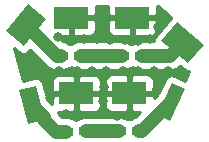
<source format=gbr>
G04 #@! TF.GenerationSoftware,KiCad,Pcbnew,5.1.5-52549c5~84~ubuntu18.04.1*
G04 #@! TF.CreationDate,2020-02-06T20:48:50-05:00*
G04 #@! TF.ProjectId,led_indicator,6c65645f-696e-4646-9963-61746f722e6b,rev?*
G04 #@! TF.SameCoordinates,Original*
G04 #@! TF.FileFunction,Copper,L1,Top*
G04 #@! TF.FilePolarity,Positive*
%FSLAX46Y46*%
G04 Gerber Fmt 4.6, Leading zero omitted, Abs format (unit mm)*
G04 Created by KiCad (PCBNEW 5.1.5-52549c5~84~ubuntu18.04.1) date 2020-02-06 20:48:50*
%MOMM*%
%LPD*%
G04 APERTURE LIST*
%ADD10C,0.100000*%
%ADD11R,2.900000X1.900000*%
%ADD12R,1.300000X0.800000*%
%ADD13C,0.800000*%
%ADD14C,1.200000*%
%ADD15C,0.254000*%
G04 APERTURE END LIST*
G04 #@! TA.AperFunction,SMDPad,CuDef*
D10*
G36*
X186677712Y-95644109D02*
G01*
X185409857Y-98363033D01*
X184322288Y-97855891D01*
X185590143Y-95136967D01*
X186677712Y-95644109D01*
G37*
G04 #@! TD.AperFunction*
G04 #@! TA.AperFunction,SMDPad,CuDef*
G36*
X187006279Y-93480226D02*
G01*
X184708146Y-91551863D01*
X185993721Y-90019774D01*
X188291854Y-91948137D01*
X187006279Y-93480226D01*
G37*
G04 #@! TD.AperFunction*
G04 #@! TA.AperFunction,SMDPad,CuDef*
G36*
X173413784Y-98643003D02*
G01*
X172637327Y-95745226D01*
X174086216Y-95356997D01*
X174862673Y-98254774D01*
X173413784Y-98643003D01*
G37*
G04 #@! TD.AperFunction*
G04 #@! TA.AperFunction,SMDPad,CuDef*
G36*
X174980226Y-89743721D02*
G01*
X173051863Y-92041854D01*
X171519774Y-90756279D01*
X173448137Y-88458146D01*
X174980226Y-89743721D01*
G37*
G04 #@! TD.AperFunction*
D11*
X182000000Y-96000000D03*
D12*
X181111000Y-99225800D03*
X182838200Y-99200400D03*
D11*
X182250000Y-89619000D03*
D12*
X181361000Y-92844800D03*
X183088200Y-92819400D03*
D11*
X177500000Y-96027000D03*
D12*
X176611000Y-99252800D03*
X178338200Y-99227400D03*
D11*
X177074000Y-89619000D03*
D12*
X176185000Y-92844800D03*
X177912200Y-92819400D03*
D13*
X181650000Y-91500000D03*
X177100000Y-91500000D03*
X174600000Y-93800000D03*
X176050000Y-94150000D03*
X177550000Y-94150000D03*
X178850000Y-94150000D03*
X180050000Y-94100000D03*
X181450000Y-94100000D03*
X182750000Y-94150000D03*
X184050000Y-94150000D03*
X185250000Y-94100000D03*
X186450000Y-94500000D03*
X173400000Y-93650000D03*
X175100000Y-95150000D03*
X175300000Y-96450000D03*
X176600000Y-97800000D03*
X177850000Y-97850000D03*
X179800000Y-97750000D03*
X179750000Y-96700000D03*
X179850000Y-95500000D03*
X180950000Y-97950000D03*
X182300000Y-97850000D03*
X184350000Y-95650000D03*
X178200000Y-91450000D03*
X176000000Y-91250000D03*
X179250000Y-91450000D03*
X180400000Y-91500000D03*
X182750000Y-91550000D03*
X183750000Y-91450000D03*
X184450000Y-90400000D03*
X184850000Y-89400000D03*
X179750000Y-89200000D03*
X179700000Y-90450000D03*
D14*
X177937600Y-92844800D02*
X177912200Y-92819400D01*
X181361000Y-92844800D02*
X177937600Y-92844800D01*
X181109400Y-99227400D02*
X181111000Y-99225800D01*
X178338200Y-99227400D02*
X181109400Y-99227400D01*
X175844800Y-92844800D02*
X173250000Y-90250000D01*
X176185000Y-92844800D02*
X175844800Y-92844800D01*
X174810660Y-98060660D02*
X174810660Y-98310660D01*
X173750000Y-97000000D02*
X174810660Y-98060660D01*
X175752800Y-99252800D02*
X176611000Y-99252800D01*
X174810660Y-98310660D02*
X175752800Y-99252800D01*
X185430600Y-92819400D02*
X186500000Y-91750000D01*
X183088200Y-92819400D02*
X185430600Y-92819400D01*
X183049600Y-99200400D02*
X185500000Y-96750000D01*
X182838200Y-99200400D02*
X183049600Y-99200400D01*
D15*
G36*
X172641718Y-92530646D02*
G01*
X172744957Y-92601269D01*
X172859991Y-92650394D01*
X172982398Y-92676134D01*
X173107475Y-92677498D01*
X173230414Y-92654435D01*
X173346492Y-92607831D01*
X173451247Y-92539476D01*
X173540654Y-92451999D01*
X173615841Y-92362395D01*
X174928626Y-93675180D01*
X174967298Y-93722302D01*
X175155351Y-93876633D01*
X175369899Y-93991311D01*
X175602698Y-94061930D01*
X175784135Y-94079800D01*
X175784144Y-94079800D01*
X175844799Y-94085774D01*
X175905454Y-94079800D01*
X176245665Y-94079800D01*
X176427102Y-94061930D01*
X176659901Y-93991311D01*
X176869051Y-93879518D01*
X176959482Y-93870612D01*
X177079180Y-93834302D01*
X177087352Y-93829934D01*
X177137718Y-93845212D01*
X177219703Y-93853287D01*
X177248151Y-93876633D01*
X177462699Y-93991311D01*
X177643653Y-94046203D01*
X177695498Y-94061930D01*
X177937599Y-94085775D01*
X177998264Y-94079800D01*
X181421665Y-94079800D01*
X181603102Y-94061930D01*
X181835901Y-93991311D01*
X182045051Y-93879518D01*
X182135482Y-93870612D01*
X182255180Y-93834302D01*
X182263352Y-93829934D01*
X182313718Y-93845212D01*
X182404149Y-93854118D01*
X182613299Y-93965911D01*
X182846098Y-94036530D01*
X183027535Y-94054400D01*
X185369935Y-94054400D01*
X185430600Y-94060375D01*
X185491265Y-94054400D01*
X185574491Y-94046203D01*
X185672702Y-94036530D01*
X185905501Y-93965911D01*
X186120049Y-93851233D01*
X186289770Y-93711947D01*
X186596134Y-93969017D01*
X186699374Y-94039641D01*
X186814407Y-94088766D01*
X186936814Y-94114506D01*
X187061891Y-94115870D01*
X187075901Y-94113242D01*
X186684595Y-94943284D01*
X185859804Y-94558677D01*
X185741804Y-94517181D01*
X185617975Y-94499502D01*
X185493077Y-94506321D01*
X185371910Y-94537375D01*
X185259128Y-94591472D01*
X185159068Y-94666531D01*
X185075573Y-94759669D01*
X185011853Y-94867306D01*
X184466389Y-96037057D01*
X184085611Y-96417835D01*
X184085000Y-96285750D01*
X183926250Y-96127000D01*
X182127000Y-96127000D01*
X182127000Y-97426250D01*
X182285750Y-97585000D01*
X182916782Y-97586665D01*
X182487118Y-98016329D01*
X182363299Y-98053889D01*
X182154149Y-98165682D01*
X182063718Y-98174588D01*
X181944020Y-98210898D01*
X181935848Y-98215266D01*
X181885482Y-98199988D01*
X181795051Y-98191082D01*
X181585900Y-98079289D01*
X181353102Y-98008670D01*
X181111000Y-97984825D01*
X181034090Y-97992400D01*
X178277535Y-97992400D01*
X178096098Y-98010270D01*
X177863299Y-98080889D01*
X177654149Y-98192682D01*
X177563718Y-98201588D01*
X177444020Y-98237898D01*
X177435848Y-98242266D01*
X177385482Y-98226988D01*
X177295051Y-98218082D01*
X177085901Y-98106289D01*
X176853102Y-98035670D01*
X176671665Y-98017800D01*
X176264354Y-98017800D01*
X176011539Y-97764985D01*
X175988625Y-97689448D01*
X175963478Y-97606551D01*
X176050000Y-97615072D01*
X177214250Y-97612000D01*
X177373000Y-97453250D01*
X177373000Y-96154000D01*
X177627000Y-96154000D01*
X177627000Y-97453250D01*
X177785750Y-97612000D01*
X178950000Y-97615072D01*
X179074482Y-97602812D01*
X179194180Y-97566502D01*
X179304494Y-97507537D01*
X179401185Y-97428185D01*
X179480537Y-97331494D01*
X179539502Y-97221180D01*
X179575812Y-97101482D01*
X179588072Y-96977000D01*
X179587948Y-96950000D01*
X179911928Y-96950000D01*
X179924188Y-97074482D01*
X179960498Y-97194180D01*
X180019463Y-97304494D01*
X180098815Y-97401185D01*
X180195506Y-97480537D01*
X180305820Y-97539502D01*
X180425518Y-97575812D01*
X180550000Y-97588072D01*
X181714250Y-97585000D01*
X181873000Y-97426250D01*
X181873000Y-96127000D01*
X180073750Y-96127000D01*
X179915000Y-96285750D01*
X179911928Y-96950000D01*
X179587948Y-96950000D01*
X179585000Y-96312750D01*
X179426250Y-96154000D01*
X177627000Y-96154000D01*
X177373000Y-96154000D01*
X175573750Y-96154000D01*
X175415000Y-96312750D01*
X175412212Y-96915658D01*
X175073747Y-96577194D01*
X174702546Y-95191852D01*
X174659319Y-95077000D01*
X175411928Y-95077000D01*
X175415000Y-95741250D01*
X175573750Y-95900000D01*
X177373000Y-95900000D01*
X177373000Y-94600750D01*
X177627000Y-94600750D01*
X177627000Y-95900000D01*
X179426250Y-95900000D01*
X179585000Y-95741250D01*
X179588072Y-95077000D01*
X179585413Y-95050000D01*
X179911928Y-95050000D01*
X179915000Y-95714250D01*
X180073750Y-95873000D01*
X181873000Y-95873000D01*
X181873000Y-94573750D01*
X182127000Y-94573750D01*
X182127000Y-95873000D01*
X183926250Y-95873000D01*
X184085000Y-95714250D01*
X184088072Y-95050000D01*
X184075812Y-94925518D01*
X184039502Y-94805820D01*
X183980537Y-94695506D01*
X183901185Y-94598815D01*
X183804494Y-94519463D01*
X183694180Y-94460498D01*
X183574482Y-94424188D01*
X183450000Y-94411928D01*
X182285750Y-94415000D01*
X182127000Y-94573750D01*
X181873000Y-94573750D01*
X181714250Y-94415000D01*
X180550000Y-94411928D01*
X180425518Y-94424188D01*
X180305820Y-94460498D01*
X180195506Y-94519463D01*
X180098815Y-94598815D01*
X180019463Y-94695506D01*
X179960498Y-94805820D01*
X179924188Y-94925518D01*
X179911928Y-95050000D01*
X179585413Y-95050000D01*
X179575812Y-94952518D01*
X179539502Y-94832820D01*
X179480537Y-94722506D01*
X179401185Y-94625815D01*
X179304494Y-94546463D01*
X179194180Y-94487498D01*
X179074482Y-94451188D01*
X178950000Y-94438928D01*
X177785750Y-94442000D01*
X177627000Y-94600750D01*
X177373000Y-94600750D01*
X177214250Y-94442000D01*
X176050000Y-94438928D01*
X175925518Y-94451188D01*
X175805820Y-94487498D01*
X175695506Y-94546463D01*
X175598815Y-94625815D01*
X175519463Y-94722506D01*
X175460498Y-94832820D01*
X175424188Y-94952518D01*
X175411928Y-95077000D01*
X174659319Y-95077000D01*
X174658485Y-95074785D01*
X174592432Y-94968563D01*
X174506926Y-94877269D01*
X174405252Y-94804410D01*
X174291317Y-94752787D01*
X174169501Y-94724384D01*
X174044484Y-94720291D01*
X173921071Y-94740667D01*
X172973819Y-94994483D01*
X172229166Y-92184474D01*
X172641718Y-92530646D01*
G37*
X172641718Y-92530646D02*
X172744957Y-92601269D01*
X172859991Y-92650394D01*
X172982398Y-92676134D01*
X173107475Y-92677498D01*
X173230414Y-92654435D01*
X173346492Y-92607831D01*
X173451247Y-92539476D01*
X173540654Y-92451999D01*
X173615841Y-92362395D01*
X174928626Y-93675180D01*
X174967298Y-93722302D01*
X175155351Y-93876633D01*
X175369899Y-93991311D01*
X175602698Y-94061930D01*
X175784135Y-94079800D01*
X175784144Y-94079800D01*
X175844799Y-94085774D01*
X175905454Y-94079800D01*
X176245665Y-94079800D01*
X176427102Y-94061930D01*
X176659901Y-93991311D01*
X176869051Y-93879518D01*
X176959482Y-93870612D01*
X177079180Y-93834302D01*
X177087352Y-93829934D01*
X177137718Y-93845212D01*
X177219703Y-93853287D01*
X177248151Y-93876633D01*
X177462699Y-93991311D01*
X177643653Y-94046203D01*
X177695498Y-94061930D01*
X177937599Y-94085775D01*
X177998264Y-94079800D01*
X181421665Y-94079800D01*
X181603102Y-94061930D01*
X181835901Y-93991311D01*
X182045051Y-93879518D01*
X182135482Y-93870612D01*
X182255180Y-93834302D01*
X182263352Y-93829934D01*
X182313718Y-93845212D01*
X182404149Y-93854118D01*
X182613299Y-93965911D01*
X182846098Y-94036530D01*
X183027535Y-94054400D01*
X185369935Y-94054400D01*
X185430600Y-94060375D01*
X185491265Y-94054400D01*
X185574491Y-94046203D01*
X185672702Y-94036530D01*
X185905501Y-93965911D01*
X186120049Y-93851233D01*
X186289770Y-93711947D01*
X186596134Y-93969017D01*
X186699374Y-94039641D01*
X186814407Y-94088766D01*
X186936814Y-94114506D01*
X187061891Y-94115870D01*
X187075901Y-94113242D01*
X186684595Y-94943284D01*
X185859804Y-94558677D01*
X185741804Y-94517181D01*
X185617975Y-94499502D01*
X185493077Y-94506321D01*
X185371910Y-94537375D01*
X185259128Y-94591472D01*
X185159068Y-94666531D01*
X185075573Y-94759669D01*
X185011853Y-94867306D01*
X184466389Y-96037057D01*
X184085611Y-96417835D01*
X184085000Y-96285750D01*
X183926250Y-96127000D01*
X182127000Y-96127000D01*
X182127000Y-97426250D01*
X182285750Y-97585000D01*
X182916782Y-97586665D01*
X182487118Y-98016329D01*
X182363299Y-98053889D01*
X182154149Y-98165682D01*
X182063718Y-98174588D01*
X181944020Y-98210898D01*
X181935848Y-98215266D01*
X181885482Y-98199988D01*
X181795051Y-98191082D01*
X181585900Y-98079289D01*
X181353102Y-98008670D01*
X181111000Y-97984825D01*
X181034090Y-97992400D01*
X178277535Y-97992400D01*
X178096098Y-98010270D01*
X177863299Y-98080889D01*
X177654149Y-98192682D01*
X177563718Y-98201588D01*
X177444020Y-98237898D01*
X177435848Y-98242266D01*
X177385482Y-98226988D01*
X177295051Y-98218082D01*
X177085901Y-98106289D01*
X176853102Y-98035670D01*
X176671665Y-98017800D01*
X176264354Y-98017800D01*
X176011539Y-97764985D01*
X175988625Y-97689448D01*
X175963478Y-97606551D01*
X176050000Y-97615072D01*
X177214250Y-97612000D01*
X177373000Y-97453250D01*
X177373000Y-96154000D01*
X177627000Y-96154000D01*
X177627000Y-97453250D01*
X177785750Y-97612000D01*
X178950000Y-97615072D01*
X179074482Y-97602812D01*
X179194180Y-97566502D01*
X179304494Y-97507537D01*
X179401185Y-97428185D01*
X179480537Y-97331494D01*
X179539502Y-97221180D01*
X179575812Y-97101482D01*
X179588072Y-96977000D01*
X179587948Y-96950000D01*
X179911928Y-96950000D01*
X179924188Y-97074482D01*
X179960498Y-97194180D01*
X180019463Y-97304494D01*
X180098815Y-97401185D01*
X180195506Y-97480537D01*
X180305820Y-97539502D01*
X180425518Y-97575812D01*
X180550000Y-97588072D01*
X181714250Y-97585000D01*
X181873000Y-97426250D01*
X181873000Y-96127000D01*
X180073750Y-96127000D01*
X179915000Y-96285750D01*
X179911928Y-96950000D01*
X179587948Y-96950000D01*
X179585000Y-96312750D01*
X179426250Y-96154000D01*
X177627000Y-96154000D01*
X177373000Y-96154000D01*
X175573750Y-96154000D01*
X175415000Y-96312750D01*
X175412212Y-96915658D01*
X175073747Y-96577194D01*
X174702546Y-95191852D01*
X174659319Y-95077000D01*
X175411928Y-95077000D01*
X175415000Y-95741250D01*
X175573750Y-95900000D01*
X177373000Y-95900000D01*
X177373000Y-94600750D01*
X177627000Y-94600750D01*
X177627000Y-95900000D01*
X179426250Y-95900000D01*
X179585000Y-95741250D01*
X179588072Y-95077000D01*
X179585413Y-95050000D01*
X179911928Y-95050000D01*
X179915000Y-95714250D01*
X180073750Y-95873000D01*
X181873000Y-95873000D01*
X181873000Y-94573750D01*
X182127000Y-94573750D01*
X182127000Y-95873000D01*
X183926250Y-95873000D01*
X184085000Y-95714250D01*
X184088072Y-95050000D01*
X184075812Y-94925518D01*
X184039502Y-94805820D01*
X183980537Y-94695506D01*
X183901185Y-94598815D01*
X183804494Y-94519463D01*
X183694180Y-94460498D01*
X183574482Y-94424188D01*
X183450000Y-94411928D01*
X182285750Y-94415000D01*
X182127000Y-94573750D01*
X181873000Y-94573750D01*
X181714250Y-94415000D01*
X180550000Y-94411928D01*
X180425518Y-94424188D01*
X180305820Y-94460498D01*
X180195506Y-94519463D01*
X180098815Y-94598815D01*
X180019463Y-94695506D01*
X179960498Y-94805820D01*
X179924188Y-94925518D01*
X179911928Y-95050000D01*
X179585413Y-95050000D01*
X179575812Y-94952518D01*
X179539502Y-94832820D01*
X179480537Y-94722506D01*
X179401185Y-94625815D01*
X179304494Y-94546463D01*
X179194180Y-94487498D01*
X179074482Y-94451188D01*
X178950000Y-94438928D01*
X177785750Y-94442000D01*
X177627000Y-94600750D01*
X177373000Y-94600750D01*
X177214250Y-94442000D01*
X176050000Y-94438928D01*
X175925518Y-94451188D01*
X175805820Y-94487498D01*
X175695506Y-94546463D01*
X175598815Y-94625815D01*
X175519463Y-94722506D01*
X175460498Y-94832820D01*
X175424188Y-94952518D01*
X175411928Y-95077000D01*
X174659319Y-95077000D01*
X174658485Y-95074785D01*
X174592432Y-94968563D01*
X174506926Y-94877269D01*
X174405252Y-94804410D01*
X174291317Y-94752787D01*
X174169501Y-94724384D01*
X174044484Y-94720291D01*
X173921071Y-94740667D01*
X172973819Y-94994483D01*
X172229166Y-92184474D01*
X172641718Y-92530646D01*
G36*
X180161928Y-88669000D02*
G01*
X180165000Y-89333250D01*
X180323750Y-89492000D01*
X182123000Y-89492000D01*
X182123000Y-89472000D01*
X182377000Y-89472000D01*
X182377000Y-89492000D01*
X184176250Y-89492000D01*
X184335000Y-89333250D01*
X184338072Y-88669000D01*
X184337186Y-88660000D01*
X184457609Y-88660000D01*
X185537987Y-89577285D01*
X185504929Y-89609629D01*
X184219354Y-91141718D01*
X184148731Y-91244957D01*
X184099606Y-91359991D01*
X184073866Y-91482398D01*
X184072754Y-91584400D01*
X183027535Y-91584400D01*
X182846098Y-91602270D01*
X182613299Y-91672889D01*
X182404149Y-91784682D01*
X182313718Y-91793588D01*
X182194020Y-91829898D01*
X182185848Y-91834266D01*
X182135482Y-91818988D01*
X182045051Y-91810082D01*
X181835901Y-91698289D01*
X181603102Y-91627670D01*
X181421665Y-91609800D01*
X178179125Y-91609800D01*
X178154302Y-91602270D01*
X177912200Y-91578425D01*
X177670098Y-91602270D01*
X177437301Y-91672889D01*
X177228153Y-91784681D01*
X177137718Y-91793588D01*
X177018020Y-91829898D01*
X177009848Y-91834266D01*
X176959482Y-91818988D01*
X176869051Y-91810082D01*
X176659901Y-91698289D01*
X176427102Y-91627670D01*
X176368447Y-91621893D01*
X175952758Y-91206205D01*
X176788250Y-91204000D01*
X176947000Y-91045250D01*
X176947000Y-89746000D01*
X177201000Y-89746000D01*
X177201000Y-91045250D01*
X177359750Y-91204000D01*
X178524000Y-91207072D01*
X178648482Y-91194812D01*
X178768180Y-91158502D01*
X178878494Y-91099537D01*
X178975185Y-91020185D01*
X179054537Y-90923494D01*
X179113502Y-90813180D01*
X179149812Y-90693482D01*
X179162072Y-90569000D01*
X180161928Y-90569000D01*
X180174188Y-90693482D01*
X180210498Y-90813180D01*
X180269463Y-90923494D01*
X180348815Y-91020185D01*
X180445506Y-91099537D01*
X180555820Y-91158502D01*
X180675518Y-91194812D01*
X180800000Y-91207072D01*
X181964250Y-91204000D01*
X182123000Y-91045250D01*
X182123000Y-89746000D01*
X182377000Y-89746000D01*
X182377000Y-91045250D01*
X182535750Y-91204000D01*
X183700000Y-91207072D01*
X183824482Y-91194812D01*
X183944180Y-91158502D01*
X184054494Y-91099537D01*
X184151185Y-91020185D01*
X184230537Y-90923494D01*
X184289502Y-90813180D01*
X184325812Y-90693482D01*
X184338072Y-90569000D01*
X184335000Y-89904750D01*
X184176250Y-89746000D01*
X182377000Y-89746000D01*
X182123000Y-89746000D01*
X180323750Y-89746000D01*
X180165000Y-89904750D01*
X180161928Y-90569000D01*
X179162072Y-90569000D01*
X179159000Y-89904750D01*
X179000250Y-89746000D01*
X177201000Y-89746000D01*
X176947000Y-89746000D01*
X176927000Y-89746000D01*
X176927000Y-89492000D01*
X176947000Y-89492000D01*
X176947000Y-89472000D01*
X177201000Y-89472000D01*
X177201000Y-89492000D01*
X179000250Y-89492000D01*
X179159000Y-89333250D01*
X179162072Y-88669000D01*
X179161186Y-88660000D01*
X180162814Y-88660000D01*
X180161928Y-88669000D01*
G37*
X180161928Y-88669000D02*
X180165000Y-89333250D01*
X180323750Y-89492000D01*
X182123000Y-89492000D01*
X182123000Y-89472000D01*
X182377000Y-89472000D01*
X182377000Y-89492000D01*
X184176250Y-89492000D01*
X184335000Y-89333250D01*
X184338072Y-88669000D01*
X184337186Y-88660000D01*
X184457609Y-88660000D01*
X185537987Y-89577285D01*
X185504929Y-89609629D01*
X184219354Y-91141718D01*
X184148731Y-91244957D01*
X184099606Y-91359991D01*
X184073866Y-91482398D01*
X184072754Y-91584400D01*
X183027535Y-91584400D01*
X182846098Y-91602270D01*
X182613299Y-91672889D01*
X182404149Y-91784682D01*
X182313718Y-91793588D01*
X182194020Y-91829898D01*
X182185848Y-91834266D01*
X182135482Y-91818988D01*
X182045051Y-91810082D01*
X181835901Y-91698289D01*
X181603102Y-91627670D01*
X181421665Y-91609800D01*
X178179125Y-91609800D01*
X178154302Y-91602270D01*
X177912200Y-91578425D01*
X177670098Y-91602270D01*
X177437301Y-91672889D01*
X177228153Y-91784681D01*
X177137718Y-91793588D01*
X177018020Y-91829898D01*
X177009848Y-91834266D01*
X176959482Y-91818988D01*
X176869051Y-91810082D01*
X176659901Y-91698289D01*
X176427102Y-91627670D01*
X176368447Y-91621893D01*
X175952758Y-91206205D01*
X176788250Y-91204000D01*
X176947000Y-91045250D01*
X176947000Y-89746000D01*
X177201000Y-89746000D01*
X177201000Y-91045250D01*
X177359750Y-91204000D01*
X178524000Y-91207072D01*
X178648482Y-91194812D01*
X178768180Y-91158502D01*
X178878494Y-91099537D01*
X178975185Y-91020185D01*
X179054537Y-90923494D01*
X179113502Y-90813180D01*
X179149812Y-90693482D01*
X179162072Y-90569000D01*
X180161928Y-90569000D01*
X180174188Y-90693482D01*
X180210498Y-90813180D01*
X180269463Y-90923494D01*
X180348815Y-91020185D01*
X180445506Y-91099537D01*
X180555820Y-91158502D01*
X180675518Y-91194812D01*
X180800000Y-91207072D01*
X181964250Y-91204000D01*
X182123000Y-91045250D01*
X182123000Y-89746000D01*
X182377000Y-89746000D01*
X182377000Y-91045250D01*
X182535750Y-91204000D01*
X183700000Y-91207072D01*
X183824482Y-91194812D01*
X183944180Y-91158502D01*
X184054494Y-91099537D01*
X184151185Y-91020185D01*
X184230537Y-90923494D01*
X184289502Y-90813180D01*
X184325812Y-90693482D01*
X184338072Y-90569000D01*
X184335000Y-89904750D01*
X184176250Y-89746000D01*
X182377000Y-89746000D01*
X182123000Y-89746000D01*
X180323750Y-89746000D01*
X180165000Y-89904750D01*
X180161928Y-90569000D01*
X179162072Y-90569000D01*
X179159000Y-89904750D01*
X179000250Y-89746000D01*
X177201000Y-89746000D01*
X176947000Y-89746000D01*
X176927000Y-89746000D01*
X176927000Y-89492000D01*
X176947000Y-89492000D01*
X176947000Y-89472000D01*
X177201000Y-89472000D01*
X177201000Y-89492000D01*
X179000250Y-89492000D01*
X179159000Y-89333250D01*
X179162072Y-88669000D01*
X179161186Y-88660000D01*
X180162814Y-88660000D01*
X180161928Y-88669000D01*
M02*

</source>
